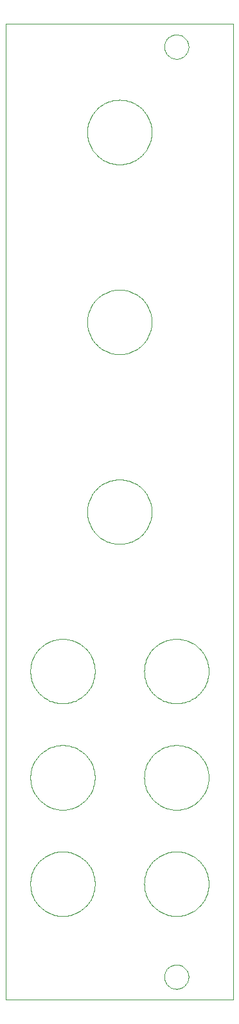
<source format=gm1>
G75*
G70*
%OFA0B0*%
%FSLAX24Y24*%
%IPPOS*%
%LPD*%
%AMOC8*
5,1,8,0,0,1.08239X$1,22.5*
%
%ADD10C,0.0000*%
D10*
X000165Y000150D02*
X000165Y050741D01*
X011976Y050741D01*
X011976Y000150D01*
X000165Y000150D01*
X001445Y006154D02*
X001447Y006236D01*
X001453Y006318D01*
X001463Y006399D01*
X001477Y006480D01*
X001495Y006561D01*
X001517Y006640D01*
X001543Y006718D01*
X001572Y006794D01*
X001606Y006869D01*
X001643Y006943D01*
X001683Y007014D01*
X001727Y007083D01*
X001774Y007151D01*
X001825Y007215D01*
X001878Y007278D01*
X001935Y007337D01*
X001994Y007394D01*
X002057Y007447D01*
X002121Y007498D01*
X002189Y007545D01*
X002258Y007589D01*
X002329Y007629D01*
X002403Y007666D01*
X002478Y007700D01*
X002554Y007729D01*
X002632Y007755D01*
X002711Y007777D01*
X002792Y007795D01*
X002873Y007809D01*
X002954Y007819D01*
X003036Y007825D01*
X003118Y007827D01*
X003200Y007825D01*
X003282Y007819D01*
X003363Y007809D01*
X003444Y007795D01*
X003525Y007777D01*
X003604Y007755D01*
X003682Y007729D01*
X003758Y007700D01*
X003833Y007666D01*
X003907Y007629D01*
X003978Y007589D01*
X004047Y007545D01*
X004115Y007498D01*
X004179Y007447D01*
X004242Y007394D01*
X004301Y007337D01*
X004358Y007278D01*
X004411Y007215D01*
X004462Y007151D01*
X004509Y007083D01*
X004553Y007014D01*
X004593Y006943D01*
X004630Y006869D01*
X004664Y006794D01*
X004693Y006718D01*
X004719Y006640D01*
X004741Y006561D01*
X004759Y006480D01*
X004773Y006399D01*
X004783Y006318D01*
X004789Y006236D01*
X004791Y006154D01*
X004789Y006072D01*
X004783Y005990D01*
X004773Y005909D01*
X004759Y005828D01*
X004741Y005747D01*
X004719Y005668D01*
X004693Y005590D01*
X004664Y005514D01*
X004630Y005439D01*
X004593Y005365D01*
X004553Y005294D01*
X004509Y005225D01*
X004462Y005157D01*
X004411Y005093D01*
X004358Y005030D01*
X004301Y004971D01*
X004242Y004914D01*
X004179Y004861D01*
X004115Y004810D01*
X004047Y004763D01*
X003978Y004719D01*
X003907Y004679D01*
X003833Y004642D01*
X003758Y004608D01*
X003682Y004579D01*
X003604Y004553D01*
X003525Y004531D01*
X003444Y004513D01*
X003363Y004499D01*
X003282Y004489D01*
X003200Y004483D01*
X003118Y004481D01*
X003036Y004483D01*
X002954Y004489D01*
X002873Y004499D01*
X002792Y004513D01*
X002711Y004531D01*
X002632Y004553D01*
X002554Y004579D01*
X002478Y004608D01*
X002403Y004642D01*
X002329Y004679D01*
X002258Y004719D01*
X002189Y004763D01*
X002121Y004810D01*
X002057Y004861D01*
X001994Y004914D01*
X001935Y004971D01*
X001878Y005030D01*
X001825Y005093D01*
X001774Y005157D01*
X001727Y005225D01*
X001683Y005294D01*
X001643Y005365D01*
X001606Y005439D01*
X001572Y005514D01*
X001543Y005590D01*
X001517Y005668D01*
X001495Y005747D01*
X001477Y005828D01*
X001463Y005909D01*
X001453Y005990D01*
X001447Y006072D01*
X001445Y006154D01*
X001445Y011666D02*
X001447Y011748D01*
X001453Y011830D01*
X001463Y011911D01*
X001477Y011992D01*
X001495Y012073D01*
X001517Y012152D01*
X001543Y012230D01*
X001572Y012306D01*
X001606Y012381D01*
X001643Y012455D01*
X001683Y012526D01*
X001727Y012595D01*
X001774Y012663D01*
X001825Y012727D01*
X001878Y012790D01*
X001935Y012849D01*
X001994Y012906D01*
X002057Y012959D01*
X002121Y013010D01*
X002189Y013057D01*
X002258Y013101D01*
X002329Y013141D01*
X002403Y013178D01*
X002478Y013212D01*
X002554Y013241D01*
X002632Y013267D01*
X002711Y013289D01*
X002792Y013307D01*
X002873Y013321D01*
X002954Y013331D01*
X003036Y013337D01*
X003118Y013339D01*
X003200Y013337D01*
X003282Y013331D01*
X003363Y013321D01*
X003444Y013307D01*
X003525Y013289D01*
X003604Y013267D01*
X003682Y013241D01*
X003758Y013212D01*
X003833Y013178D01*
X003907Y013141D01*
X003978Y013101D01*
X004047Y013057D01*
X004115Y013010D01*
X004179Y012959D01*
X004242Y012906D01*
X004301Y012849D01*
X004358Y012790D01*
X004411Y012727D01*
X004462Y012663D01*
X004509Y012595D01*
X004553Y012526D01*
X004593Y012455D01*
X004630Y012381D01*
X004664Y012306D01*
X004693Y012230D01*
X004719Y012152D01*
X004741Y012073D01*
X004759Y011992D01*
X004773Y011911D01*
X004783Y011830D01*
X004789Y011748D01*
X004791Y011666D01*
X004789Y011584D01*
X004783Y011502D01*
X004773Y011421D01*
X004759Y011340D01*
X004741Y011259D01*
X004719Y011180D01*
X004693Y011102D01*
X004664Y011026D01*
X004630Y010951D01*
X004593Y010877D01*
X004553Y010806D01*
X004509Y010737D01*
X004462Y010669D01*
X004411Y010605D01*
X004358Y010542D01*
X004301Y010483D01*
X004242Y010426D01*
X004179Y010373D01*
X004115Y010322D01*
X004047Y010275D01*
X003978Y010231D01*
X003907Y010191D01*
X003833Y010154D01*
X003758Y010120D01*
X003682Y010091D01*
X003604Y010065D01*
X003525Y010043D01*
X003444Y010025D01*
X003363Y010011D01*
X003282Y010001D01*
X003200Y009995D01*
X003118Y009993D01*
X003036Y009995D01*
X002954Y010001D01*
X002873Y010011D01*
X002792Y010025D01*
X002711Y010043D01*
X002632Y010065D01*
X002554Y010091D01*
X002478Y010120D01*
X002403Y010154D01*
X002329Y010191D01*
X002258Y010231D01*
X002189Y010275D01*
X002121Y010322D01*
X002057Y010373D01*
X001994Y010426D01*
X001935Y010483D01*
X001878Y010542D01*
X001825Y010605D01*
X001774Y010669D01*
X001727Y010737D01*
X001683Y010806D01*
X001643Y010877D01*
X001606Y010951D01*
X001572Y011026D01*
X001543Y011102D01*
X001517Y011180D01*
X001495Y011259D01*
X001477Y011340D01*
X001463Y011421D01*
X001453Y011502D01*
X001447Y011584D01*
X001445Y011666D01*
X001445Y017178D02*
X001447Y017260D01*
X001453Y017342D01*
X001463Y017423D01*
X001477Y017504D01*
X001495Y017585D01*
X001517Y017664D01*
X001543Y017742D01*
X001572Y017818D01*
X001606Y017893D01*
X001643Y017967D01*
X001683Y018038D01*
X001727Y018107D01*
X001774Y018175D01*
X001825Y018239D01*
X001878Y018302D01*
X001935Y018361D01*
X001994Y018418D01*
X002057Y018471D01*
X002121Y018522D01*
X002189Y018569D01*
X002258Y018613D01*
X002329Y018653D01*
X002403Y018690D01*
X002478Y018724D01*
X002554Y018753D01*
X002632Y018779D01*
X002711Y018801D01*
X002792Y018819D01*
X002873Y018833D01*
X002954Y018843D01*
X003036Y018849D01*
X003118Y018851D01*
X003200Y018849D01*
X003282Y018843D01*
X003363Y018833D01*
X003444Y018819D01*
X003525Y018801D01*
X003604Y018779D01*
X003682Y018753D01*
X003758Y018724D01*
X003833Y018690D01*
X003907Y018653D01*
X003978Y018613D01*
X004047Y018569D01*
X004115Y018522D01*
X004179Y018471D01*
X004242Y018418D01*
X004301Y018361D01*
X004358Y018302D01*
X004411Y018239D01*
X004462Y018175D01*
X004509Y018107D01*
X004553Y018038D01*
X004593Y017967D01*
X004630Y017893D01*
X004664Y017818D01*
X004693Y017742D01*
X004719Y017664D01*
X004741Y017585D01*
X004759Y017504D01*
X004773Y017423D01*
X004783Y017342D01*
X004789Y017260D01*
X004791Y017178D01*
X004789Y017096D01*
X004783Y017014D01*
X004773Y016933D01*
X004759Y016852D01*
X004741Y016771D01*
X004719Y016692D01*
X004693Y016614D01*
X004664Y016538D01*
X004630Y016463D01*
X004593Y016389D01*
X004553Y016318D01*
X004509Y016249D01*
X004462Y016181D01*
X004411Y016117D01*
X004358Y016054D01*
X004301Y015995D01*
X004242Y015938D01*
X004179Y015885D01*
X004115Y015834D01*
X004047Y015787D01*
X003978Y015743D01*
X003907Y015703D01*
X003833Y015666D01*
X003758Y015632D01*
X003682Y015603D01*
X003604Y015577D01*
X003525Y015555D01*
X003444Y015537D01*
X003363Y015523D01*
X003282Y015513D01*
X003200Y015507D01*
X003118Y015505D01*
X003036Y015507D01*
X002954Y015513D01*
X002873Y015523D01*
X002792Y015537D01*
X002711Y015555D01*
X002632Y015577D01*
X002554Y015603D01*
X002478Y015632D01*
X002403Y015666D01*
X002329Y015703D01*
X002258Y015743D01*
X002189Y015787D01*
X002121Y015834D01*
X002057Y015885D01*
X001994Y015938D01*
X001935Y015995D01*
X001878Y016054D01*
X001825Y016117D01*
X001774Y016181D01*
X001727Y016249D01*
X001683Y016318D01*
X001643Y016389D01*
X001606Y016463D01*
X001572Y016538D01*
X001543Y016614D01*
X001517Y016692D01*
X001495Y016771D01*
X001477Y016852D01*
X001463Y016933D01*
X001453Y017014D01*
X001447Y017096D01*
X001445Y017178D01*
X004398Y025445D02*
X004400Y025527D01*
X004406Y025609D01*
X004416Y025690D01*
X004430Y025771D01*
X004448Y025852D01*
X004470Y025931D01*
X004496Y026009D01*
X004525Y026085D01*
X004559Y026160D01*
X004596Y026234D01*
X004636Y026305D01*
X004680Y026374D01*
X004727Y026442D01*
X004778Y026506D01*
X004831Y026569D01*
X004888Y026628D01*
X004947Y026685D01*
X005010Y026738D01*
X005074Y026789D01*
X005142Y026836D01*
X005211Y026880D01*
X005282Y026920D01*
X005356Y026957D01*
X005431Y026991D01*
X005507Y027020D01*
X005585Y027046D01*
X005664Y027068D01*
X005745Y027086D01*
X005826Y027100D01*
X005907Y027110D01*
X005989Y027116D01*
X006071Y027118D01*
X006153Y027116D01*
X006235Y027110D01*
X006316Y027100D01*
X006397Y027086D01*
X006478Y027068D01*
X006557Y027046D01*
X006635Y027020D01*
X006711Y026991D01*
X006786Y026957D01*
X006860Y026920D01*
X006931Y026880D01*
X007000Y026836D01*
X007068Y026789D01*
X007132Y026738D01*
X007195Y026685D01*
X007254Y026628D01*
X007311Y026569D01*
X007364Y026506D01*
X007415Y026442D01*
X007462Y026374D01*
X007506Y026305D01*
X007546Y026234D01*
X007583Y026160D01*
X007617Y026085D01*
X007646Y026009D01*
X007672Y025931D01*
X007694Y025852D01*
X007712Y025771D01*
X007726Y025690D01*
X007736Y025609D01*
X007742Y025527D01*
X007744Y025445D01*
X007742Y025363D01*
X007736Y025281D01*
X007726Y025200D01*
X007712Y025119D01*
X007694Y025038D01*
X007672Y024959D01*
X007646Y024881D01*
X007617Y024805D01*
X007583Y024730D01*
X007546Y024656D01*
X007506Y024585D01*
X007462Y024516D01*
X007415Y024448D01*
X007364Y024384D01*
X007311Y024321D01*
X007254Y024262D01*
X007195Y024205D01*
X007132Y024152D01*
X007068Y024101D01*
X007000Y024054D01*
X006931Y024010D01*
X006860Y023970D01*
X006786Y023933D01*
X006711Y023899D01*
X006635Y023870D01*
X006557Y023844D01*
X006478Y023822D01*
X006397Y023804D01*
X006316Y023790D01*
X006235Y023780D01*
X006153Y023774D01*
X006071Y023772D01*
X005989Y023774D01*
X005907Y023780D01*
X005826Y023790D01*
X005745Y023804D01*
X005664Y023822D01*
X005585Y023844D01*
X005507Y023870D01*
X005431Y023899D01*
X005356Y023933D01*
X005282Y023970D01*
X005211Y024010D01*
X005142Y024054D01*
X005074Y024101D01*
X005010Y024152D01*
X004947Y024205D01*
X004888Y024262D01*
X004831Y024321D01*
X004778Y024384D01*
X004727Y024448D01*
X004680Y024516D01*
X004636Y024585D01*
X004596Y024656D01*
X004559Y024730D01*
X004525Y024805D01*
X004496Y024881D01*
X004470Y024959D01*
X004448Y025038D01*
X004430Y025119D01*
X004416Y025200D01*
X004406Y025281D01*
X004400Y025363D01*
X004398Y025445D01*
X004398Y035288D02*
X004400Y035370D01*
X004406Y035452D01*
X004416Y035533D01*
X004430Y035614D01*
X004448Y035695D01*
X004470Y035774D01*
X004496Y035852D01*
X004525Y035928D01*
X004559Y036003D01*
X004596Y036077D01*
X004636Y036148D01*
X004680Y036217D01*
X004727Y036285D01*
X004778Y036349D01*
X004831Y036412D01*
X004888Y036471D01*
X004947Y036528D01*
X005010Y036581D01*
X005074Y036632D01*
X005142Y036679D01*
X005211Y036723D01*
X005282Y036763D01*
X005356Y036800D01*
X005431Y036834D01*
X005507Y036863D01*
X005585Y036889D01*
X005664Y036911D01*
X005745Y036929D01*
X005826Y036943D01*
X005907Y036953D01*
X005989Y036959D01*
X006071Y036961D01*
X006153Y036959D01*
X006235Y036953D01*
X006316Y036943D01*
X006397Y036929D01*
X006478Y036911D01*
X006557Y036889D01*
X006635Y036863D01*
X006711Y036834D01*
X006786Y036800D01*
X006860Y036763D01*
X006931Y036723D01*
X007000Y036679D01*
X007068Y036632D01*
X007132Y036581D01*
X007195Y036528D01*
X007254Y036471D01*
X007311Y036412D01*
X007364Y036349D01*
X007415Y036285D01*
X007462Y036217D01*
X007506Y036148D01*
X007546Y036077D01*
X007583Y036003D01*
X007617Y035928D01*
X007646Y035852D01*
X007672Y035774D01*
X007694Y035695D01*
X007712Y035614D01*
X007726Y035533D01*
X007736Y035452D01*
X007742Y035370D01*
X007744Y035288D01*
X007742Y035206D01*
X007736Y035124D01*
X007726Y035043D01*
X007712Y034962D01*
X007694Y034881D01*
X007672Y034802D01*
X007646Y034724D01*
X007617Y034648D01*
X007583Y034573D01*
X007546Y034499D01*
X007506Y034428D01*
X007462Y034359D01*
X007415Y034291D01*
X007364Y034227D01*
X007311Y034164D01*
X007254Y034105D01*
X007195Y034048D01*
X007132Y033995D01*
X007068Y033944D01*
X007000Y033897D01*
X006931Y033853D01*
X006860Y033813D01*
X006786Y033776D01*
X006711Y033742D01*
X006635Y033713D01*
X006557Y033687D01*
X006478Y033665D01*
X006397Y033647D01*
X006316Y033633D01*
X006235Y033623D01*
X006153Y033617D01*
X006071Y033615D01*
X005989Y033617D01*
X005907Y033623D01*
X005826Y033633D01*
X005745Y033647D01*
X005664Y033665D01*
X005585Y033687D01*
X005507Y033713D01*
X005431Y033742D01*
X005356Y033776D01*
X005282Y033813D01*
X005211Y033853D01*
X005142Y033897D01*
X005074Y033944D01*
X005010Y033995D01*
X004947Y034048D01*
X004888Y034105D01*
X004831Y034164D01*
X004778Y034227D01*
X004727Y034291D01*
X004680Y034359D01*
X004636Y034428D01*
X004596Y034499D01*
X004559Y034573D01*
X004525Y034648D01*
X004496Y034724D01*
X004470Y034802D01*
X004448Y034881D01*
X004430Y034962D01*
X004416Y035043D01*
X004406Y035124D01*
X004400Y035206D01*
X004398Y035288D01*
X004398Y045130D02*
X004400Y045212D01*
X004406Y045294D01*
X004416Y045375D01*
X004430Y045456D01*
X004448Y045537D01*
X004470Y045616D01*
X004496Y045694D01*
X004525Y045770D01*
X004559Y045845D01*
X004596Y045919D01*
X004636Y045990D01*
X004680Y046059D01*
X004727Y046127D01*
X004778Y046191D01*
X004831Y046254D01*
X004888Y046313D01*
X004947Y046370D01*
X005010Y046423D01*
X005074Y046474D01*
X005142Y046521D01*
X005211Y046565D01*
X005282Y046605D01*
X005356Y046642D01*
X005431Y046676D01*
X005507Y046705D01*
X005585Y046731D01*
X005664Y046753D01*
X005745Y046771D01*
X005826Y046785D01*
X005907Y046795D01*
X005989Y046801D01*
X006071Y046803D01*
X006153Y046801D01*
X006235Y046795D01*
X006316Y046785D01*
X006397Y046771D01*
X006478Y046753D01*
X006557Y046731D01*
X006635Y046705D01*
X006711Y046676D01*
X006786Y046642D01*
X006860Y046605D01*
X006931Y046565D01*
X007000Y046521D01*
X007068Y046474D01*
X007132Y046423D01*
X007195Y046370D01*
X007254Y046313D01*
X007311Y046254D01*
X007364Y046191D01*
X007415Y046127D01*
X007462Y046059D01*
X007506Y045990D01*
X007546Y045919D01*
X007583Y045845D01*
X007617Y045770D01*
X007646Y045694D01*
X007672Y045616D01*
X007694Y045537D01*
X007712Y045456D01*
X007726Y045375D01*
X007736Y045294D01*
X007742Y045212D01*
X007744Y045130D01*
X007742Y045048D01*
X007736Y044966D01*
X007726Y044885D01*
X007712Y044804D01*
X007694Y044723D01*
X007672Y044644D01*
X007646Y044566D01*
X007617Y044490D01*
X007583Y044415D01*
X007546Y044341D01*
X007506Y044270D01*
X007462Y044201D01*
X007415Y044133D01*
X007364Y044069D01*
X007311Y044006D01*
X007254Y043947D01*
X007195Y043890D01*
X007132Y043837D01*
X007068Y043786D01*
X007000Y043739D01*
X006931Y043695D01*
X006860Y043655D01*
X006786Y043618D01*
X006711Y043584D01*
X006635Y043555D01*
X006557Y043529D01*
X006478Y043507D01*
X006397Y043489D01*
X006316Y043475D01*
X006235Y043465D01*
X006153Y043459D01*
X006071Y043457D01*
X005989Y043459D01*
X005907Y043465D01*
X005826Y043475D01*
X005745Y043489D01*
X005664Y043507D01*
X005585Y043529D01*
X005507Y043555D01*
X005431Y043584D01*
X005356Y043618D01*
X005282Y043655D01*
X005211Y043695D01*
X005142Y043739D01*
X005074Y043786D01*
X005010Y043837D01*
X004947Y043890D01*
X004888Y043947D01*
X004831Y044006D01*
X004778Y044069D01*
X004727Y044133D01*
X004680Y044201D01*
X004636Y044270D01*
X004596Y044341D01*
X004559Y044415D01*
X004525Y044490D01*
X004496Y044566D01*
X004470Y044644D01*
X004448Y044723D01*
X004430Y044804D01*
X004416Y044885D01*
X004406Y044966D01*
X004400Y045048D01*
X004398Y045130D01*
X008394Y049559D02*
X008396Y049609D01*
X008402Y049659D01*
X008412Y049708D01*
X008426Y049756D01*
X008443Y049803D01*
X008464Y049848D01*
X008489Y049892D01*
X008517Y049933D01*
X008549Y049972D01*
X008583Y050009D01*
X008620Y050043D01*
X008660Y050073D01*
X008702Y050100D01*
X008746Y050124D01*
X008792Y050145D01*
X008839Y050161D01*
X008887Y050174D01*
X008937Y050183D01*
X008986Y050188D01*
X009037Y050189D01*
X009087Y050186D01*
X009136Y050179D01*
X009185Y050168D01*
X009233Y050153D01*
X009279Y050135D01*
X009324Y050113D01*
X009367Y050087D01*
X009408Y050058D01*
X009447Y050026D01*
X009483Y049991D01*
X009515Y049953D01*
X009545Y049913D01*
X009572Y049870D01*
X009595Y049826D01*
X009614Y049780D01*
X009630Y049732D01*
X009642Y049683D01*
X009650Y049634D01*
X009654Y049584D01*
X009654Y049534D01*
X009650Y049484D01*
X009642Y049435D01*
X009630Y049386D01*
X009614Y049338D01*
X009595Y049292D01*
X009572Y049248D01*
X009545Y049205D01*
X009515Y049165D01*
X009483Y049127D01*
X009447Y049092D01*
X009408Y049060D01*
X009367Y049031D01*
X009324Y049005D01*
X009279Y048983D01*
X009233Y048965D01*
X009185Y048950D01*
X009136Y048939D01*
X009087Y048932D01*
X009037Y048929D01*
X008986Y048930D01*
X008937Y048935D01*
X008887Y048944D01*
X008839Y048957D01*
X008792Y048973D01*
X008746Y048994D01*
X008702Y049018D01*
X008660Y049045D01*
X008620Y049075D01*
X008583Y049109D01*
X008549Y049146D01*
X008517Y049185D01*
X008489Y049226D01*
X008464Y049270D01*
X008443Y049315D01*
X008426Y049362D01*
X008412Y049410D01*
X008402Y049459D01*
X008396Y049509D01*
X008394Y049559D01*
X007351Y017178D02*
X007353Y017260D01*
X007359Y017342D01*
X007369Y017423D01*
X007383Y017504D01*
X007401Y017585D01*
X007423Y017664D01*
X007449Y017742D01*
X007478Y017818D01*
X007512Y017893D01*
X007549Y017967D01*
X007589Y018038D01*
X007633Y018107D01*
X007680Y018175D01*
X007731Y018239D01*
X007784Y018302D01*
X007841Y018361D01*
X007900Y018418D01*
X007963Y018471D01*
X008027Y018522D01*
X008095Y018569D01*
X008164Y018613D01*
X008235Y018653D01*
X008309Y018690D01*
X008384Y018724D01*
X008460Y018753D01*
X008538Y018779D01*
X008617Y018801D01*
X008698Y018819D01*
X008779Y018833D01*
X008860Y018843D01*
X008942Y018849D01*
X009024Y018851D01*
X009106Y018849D01*
X009188Y018843D01*
X009269Y018833D01*
X009350Y018819D01*
X009431Y018801D01*
X009510Y018779D01*
X009588Y018753D01*
X009664Y018724D01*
X009739Y018690D01*
X009813Y018653D01*
X009884Y018613D01*
X009953Y018569D01*
X010021Y018522D01*
X010085Y018471D01*
X010148Y018418D01*
X010207Y018361D01*
X010264Y018302D01*
X010317Y018239D01*
X010368Y018175D01*
X010415Y018107D01*
X010459Y018038D01*
X010499Y017967D01*
X010536Y017893D01*
X010570Y017818D01*
X010599Y017742D01*
X010625Y017664D01*
X010647Y017585D01*
X010665Y017504D01*
X010679Y017423D01*
X010689Y017342D01*
X010695Y017260D01*
X010697Y017178D01*
X010695Y017096D01*
X010689Y017014D01*
X010679Y016933D01*
X010665Y016852D01*
X010647Y016771D01*
X010625Y016692D01*
X010599Y016614D01*
X010570Y016538D01*
X010536Y016463D01*
X010499Y016389D01*
X010459Y016318D01*
X010415Y016249D01*
X010368Y016181D01*
X010317Y016117D01*
X010264Y016054D01*
X010207Y015995D01*
X010148Y015938D01*
X010085Y015885D01*
X010021Y015834D01*
X009953Y015787D01*
X009884Y015743D01*
X009813Y015703D01*
X009739Y015666D01*
X009664Y015632D01*
X009588Y015603D01*
X009510Y015577D01*
X009431Y015555D01*
X009350Y015537D01*
X009269Y015523D01*
X009188Y015513D01*
X009106Y015507D01*
X009024Y015505D01*
X008942Y015507D01*
X008860Y015513D01*
X008779Y015523D01*
X008698Y015537D01*
X008617Y015555D01*
X008538Y015577D01*
X008460Y015603D01*
X008384Y015632D01*
X008309Y015666D01*
X008235Y015703D01*
X008164Y015743D01*
X008095Y015787D01*
X008027Y015834D01*
X007963Y015885D01*
X007900Y015938D01*
X007841Y015995D01*
X007784Y016054D01*
X007731Y016117D01*
X007680Y016181D01*
X007633Y016249D01*
X007589Y016318D01*
X007549Y016389D01*
X007512Y016463D01*
X007478Y016538D01*
X007449Y016614D01*
X007423Y016692D01*
X007401Y016771D01*
X007383Y016852D01*
X007369Y016933D01*
X007359Y017014D01*
X007353Y017096D01*
X007351Y017178D01*
X007351Y011666D02*
X007353Y011748D01*
X007359Y011830D01*
X007369Y011911D01*
X007383Y011992D01*
X007401Y012073D01*
X007423Y012152D01*
X007449Y012230D01*
X007478Y012306D01*
X007512Y012381D01*
X007549Y012455D01*
X007589Y012526D01*
X007633Y012595D01*
X007680Y012663D01*
X007731Y012727D01*
X007784Y012790D01*
X007841Y012849D01*
X007900Y012906D01*
X007963Y012959D01*
X008027Y013010D01*
X008095Y013057D01*
X008164Y013101D01*
X008235Y013141D01*
X008309Y013178D01*
X008384Y013212D01*
X008460Y013241D01*
X008538Y013267D01*
X008617Y013289D01*
X008698Y013307D01*
X008779Y013321D01*
X008860Y013331D01*
X008942Y013337D01*
X009024Y013339D01*
X009106Y013337D01*
X009188Y013331D01*
X009269Y013321D01*
X009350Y013307D01*
X009431Y013289D01*
X009510Y013267D01*
X009588Y013241D01*
X009664Y013212D01*
X009739Y013178D01*
X009813Y013141D01*
X009884Y013101D01*
X009953Y013057D01*
X010021Y013010D01*
X010085Y012959D01*
X010148Y012906D01*
X010207Y012849D01*
X010264Y012790D01*
X010317Y012727D01*
X010368Y012663D01*
X010415Y012595D01*
X010459Y012526D01*
X010499Y012455D01*
X010536Y012381D01*
X010570Y012306D01*
X010599Y012230D01*
X010625Y012152D01*
X010647Y012073D01*
X010665Y011992D01*
X010679Y011911D01*
X010689Y011830D01*
X010695Y011748D01*
X010697Y011666D01*
X010695Y011584D01*
X010689Y011502D01*
X010679Y011421D01*
X010665Y011340D01*
X010647Y011259D01*
X010625Y011180D01*
X010599Y011102D01*
X010570Y011026D01*
X010536Y010951D01*
X010499Y010877D01*
X010459Y010806D01*
X010415Y010737D01*
X010368Y010669D01*
X010317Y010605D01*
X010264Y010542D01*
X010207Y010483D01*
X010148Y010426D01*
X010085Y010373D01*
X010021Y010322D01*
X009953Y010275D01*
X009884Y010231D01*
X009813Y010191D01*
X009739Y010154D01*
X009664Y010120D01*
X009588Y010091D01*
X009510Y010065D01*
X009431Y010043D01*
X009350Y010025D01*
X009269Y010011D01*
X009188Y010001D01*
X009106Y009995D01*
X009024Y009993D01*
X008942Y009995D01*
X008860Y010001D01*
X008779Y010011D01*
X008698Y010025D01*
X008617Y010043D01*
X008538Y010065D01*
X008460Y010091D01*
X008384Y010120D01*
X008309Y010154D01*
X008235Y010191D01*
X008164Y010231D01*
X008095Y010275D01*
X008027Y010322D01*
X007963Y010373D01*
X007900Y010426D01*
X007841Y010483D01*
X007784Y010542D01*
X007731Y010605D01*
X007680Y010669D01*
X007633Y010737D01*
X007589Y010806D01*
X007549Y010877D01*
X007512Y010951D01*
X007478Y011026D01*
X007449Y011102D01*
X007423Y011180D01*
X007401Y011259D01*
X007383Y011340D01*
X007369Y011421D01*
X007359Y011502D01*
X007353Y011584D01*
X007351Y011666D01*
X007351Y006154D02*
X007353Y006236D01*
X007359Y006318D01*
X007369Y006399D01*
X007383Y006480D01*
X007401Y006561D01*
X007423Y006640D01*
X007449Y006718D01*
X007478Y006794D01*
X007512Y006869D01*
X007549Y006943D01*
X007589Y007014D01*
X007633Y007083D01*
X007680Y007151D01*
X007731Y007215D01*
X007784Y007278D01*
X007841Y007337D01*
X007900Y007394D01*
X007963Y007447D01*
X008027Y007498D01*
X008095Y007545D01*
X008164Y007589D01*
X008235Y007629D01*
X008309Y007666D01*
X008384Y007700D01*
X008460Y007729D01*
X008538Y007755D01*
X008617Y007777D01*
X008698Y007795D01*
X008779Y007809D01*
X008860Y007819D01*
X008942Y007825D01*
X009024Y007827D01*
X009106Y007825D01*
X009188Y007819D01*
X009269Y007809D01*
X009350Y007795D01*
X009431Y007777D01*
X009510Y007755D01*
X009588Y007729D01*
X009664Y007700D01*
X009739Y007666D01*
X009813Y007629D01*
X009884Y007589D01*
X009953Y007545D01*
X010021Y007498D01*
X010085Y007447D01*
X010148Y007394D01*
X010207Y007337D01*
X010264Y007278D01*
X010317Y007215D01*
X010368Y007151D01*
X010415Y007083D01*
X010459Y007014D01*
X010499Y006943D01*
X010536Y006869D01*
X010570Y006794D01*
X010599Y006718D01*
X010625Y006640D01*
X010647Y006561D01*
X010665Y006480D01*
X010679Y006399D01*
X010689Y006318D01*
X010695Y006236D01*
X010697Y006154D01*
X010695Y006072D01*
X010689Y005990D01*
X010679Y005909D01*
X010665Y005828D01*
X010647Y005747D01*
X010625Y005668D01*
X010599Y005590D01*
X010570Y005514D01*
X010536Y005439D01*
X010499Y005365D01*
X010459Y005294D01*
X010415Y005225D01*
X010368Y005157D01*
X010317Y005093D01*
X010264Y005030D01*
X010207Y004971D01*
X010148Y004914D01*
X010085Y004861D01*
X010021Y004810D01*
X009953Y004763D01*
X009884Y004719D01*
X009813Y004679D01*
X009739Y004642D01*
X009664Y004608D01*
X009588Y004579D01*
X009510Y004553D01*
X009431Y004531D01*
X009350Y004513D01*
X009269Y004499D01*
X009188Y004489D01*
X009106Y004483D01*
X009024Y004481D01*
X008942Y004483D01*
X008860Y004489D01*
X008779Y004499D01*
X008698Y004513D01*
X008617Y004531D01*
X008538Y004553D01*
X008460Y004579D01*
X008384Y004608D01*
X008309Y004642D01*
X008235Y004679D01*
X008164Y004719D01*
X008095Y004763D01*
X008027Y004810D01*
X007963Y004861D01*
X007900Y004914D01*
X007841Y004971D01*
X007784Y005030D01*
X007731Y005093D01*
X007680Y005157D01*
X007633Y005225D01*
X007589Y005294D01*
X007549Y005365D01*
X007512Y005439D01*
X007478Y005514D01*
X007449Y005590D01*
X007423Y005668D01*
X007401Y005747D01*
X007383Y005828D01*
X007369Y005909D01*
X007359Y005990D01*
X007353Y006072D01*
X007351Y006154D01*
X008394Y001331D02*
X008396Y001381D01*
X008402Y001431D01*
X008412Y001480D01*
X008426Y001528D01*
X008443Y001575D01*
X008464Y001620D01*
X008489Y001664D01*
X008517Y001705D01*
X008549Y001744D01*
X008583Y001781D01*
X008620Y001815D01*
X008660Y001845D01*
X008702Y001872D01*
X008746Y001896D01*
X008792Y001917D01*
X008839Y001933D01*
X008887Y001946D01*
X008937Y001955D01*
X008986Y001960D01*
X009037Y001961D01*
X009087Y001958D01*
X009136Y001951D01*
X009185Y001940D01*
X009233Y001925D01*
X009279Y001907D01*
X009324Y001885D01*
X009367Y001859D01*
X009408Y001830D01*
X009447Y001798D01*
X009483Y001763D01*
X009515Y001725D01*
X009545Y001685D01*
X009572Y001642D01*
X009595Y001598D01*
X009614Y001552D01*
X009630Y001504D01*
X009642Y001455D01*
X009650Y001406D01*
X009654Y001356D01*
X009654Y001306D01*
X009650Y001256D01*
X009642Y001207D01*
X009630Y001158D01*
X009614Y001110D01*
X009595Y001064D01*
X009572Y001020D01*
X009545Y000977D01*
X009515Y000937D01*
X009483Y000899D01*
X009447Y000864D01*
X009408Y000832D01*
X009367Y000803D01*
X009324Y000777D01*
X009279Y000755D01*
X009233Y000737D01*
X009185Y000722D01*
X009136Y000711D01*
X009087Y000704D01*
X009037Y000701D01*
X008986Y000702D01*
X008937Y000707D01*
X008887Y000716D01*
X008839Y000729D01*
X008792Y000745D01*
X008746Y000766D01*
X008702Y000790D01*
X008660Y000817D01*
X008620Y000847D01*
X008583Y000881D01*
X008549Y000918D01*
X008517Y000957D01*
X008489Y000998D01*
X008464Y001042D01*
X008443Y001087D01*
X008426Y001134D01*
X008412Y001182D01*
X008402Y001231D01*
X008396Y001281D01*
X008394Y001331D01*
M02*

</source>
